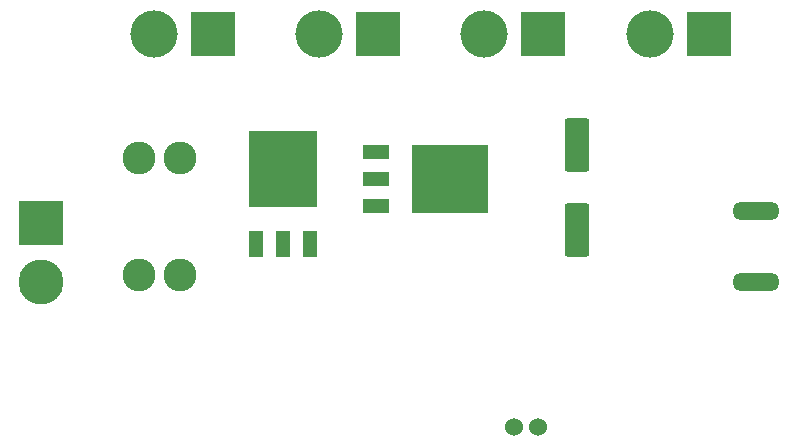
<source format=gbr>
%TF.GenerationSoftware,KiCad,Pcbnew,(6.0.11)*%
%TF.CreationDate,2024-02-10T16:41:49+09:00*%
%TF.ProjectId,SmallPW,536d616c-6c50-4572-9e6b-696361645f70,rev?*%
%TF.SameCoordinates,Original*%
%TF.FileFunction,Soldermask,Top*%
%TF.FilePolarity,Negative*%
%FSLAX46Y46*%
G04 Gerber Fmt 4.6, Leading zero omitted, Abs format (unit mm)*
G04 Created by KiCad (PCBNEW (6.0.11)) date 2024-02-10 16:41:49*
%MOMM*%
%LPD*%
G01*
G04 APERTURE LIST*
G04 Aperture macros list*
%AMRoundRect*
0 Rectangle with rounded corners*
0 $1 Rounding radius*
0 $2 $3 $4 $5 $6 $7 $8 $9 X,Y pos of 4 corners*
0 Add a 4 corners polygon primitive as box body*
4,1,4,$2,$3,$4,$5,$6,$7,$8,$9,$2,$3,0*
0 Add four circle primitives for the rounded corners*
1,1,$1+$1,$2,$3*
1,1,$1+$1,$4,$5*
1,1,$1+$1,$6,$7*
1,1,$1+$1,$8,$9*
0 Add four rect primitives between the rounded corners*
20,1,$1+$1,$2,$3,$4,$5,0*
20,1,$1+$1,$4,$5,$6,$7,0*
20,1,$1+$1,$6,$7,$8,$9,0*
20,1,$1+$1,$8,$9,$2,$3,0*%
G04 Aperture macros list end*
%ADD10RoundRect,0.250001X-0.799999X1.999999X-0.799999X-1.999999X0.799999X-1.999999X0.799999X1.999999X0*%
%ADD11C,1.524000*%
%ADD12R,3.800000X3.800000*%
%ADD13C,3.800000*%
%ADD14R,1.200000X2.200000*%
%ADD15R,5.800000X6.400000*%
%ADD16C,4.000000*%
%ADD17R,2.200000X1.200000*%
%ADD18R,6.400000X5.800000*%
%ADD19O,4.000000X1.524000*%
%ADD20C,2.780000*%
G04 APERTURE END LIST*
D10*
%TO.C,C2*%
X143825000Y-61400000D03*
X143825000Y-68600000D03*
%TD*%
D11*
%TO.C,MES1*%
X140500000Y-85300000D03*
X138500000Y-85285000D03*
%TD*%
D12*
%TO.C,J1*%
X98500000Y-68000000D03*
D13*
X98500000Y-73000000D03*
%TD*%
D14*
%TO.C,Q1*%
X116645000Y-69750000D03*
D15*
X118925000Y-63450000D03*
D14*
X118925000Y-69750000D03*
X121205000Y-69750000D03*
%TD*%
D12*
%TO.C,J5*%
X155000000Y-52000000D03*
D16*
X150000000Y-52000000D03*
%TD*%
D17*
%TO.C,Q3*%
X126800000Y-62020000D03*
X126800000Y-64300000D03*
D18*
X133100000Y-64300000D03*
D17*
X126800000Y-66580000D03*
%TD*%
D12*
%TO.C,J4*%
X141000000Y-52000000D03*
D16*
X136000000Y-52000000D03*
%TD*%
D19*
%TO.C,SW1*%
X159000000Y-73000000D03*
X159000000Y-67000000D03*
%TD*%
D12*
%TO.C,J2*%
X113000000Y-52000000D03*
D16*
X108000000Y-52000000D03*
%TD*%
D20*
%TO.C,F1*%
X106800000Y-72420000D03*
X110200000Y-72420000D03*
X106800000Y-62500000D03*
X110200000Y-62500000D03*
%TD*%
D12*
%TO.C,J3*%
X127000000Y-52000000D03*
D16*
X122000000Y-52000000D03*
%TD*%
M02*

</source>
